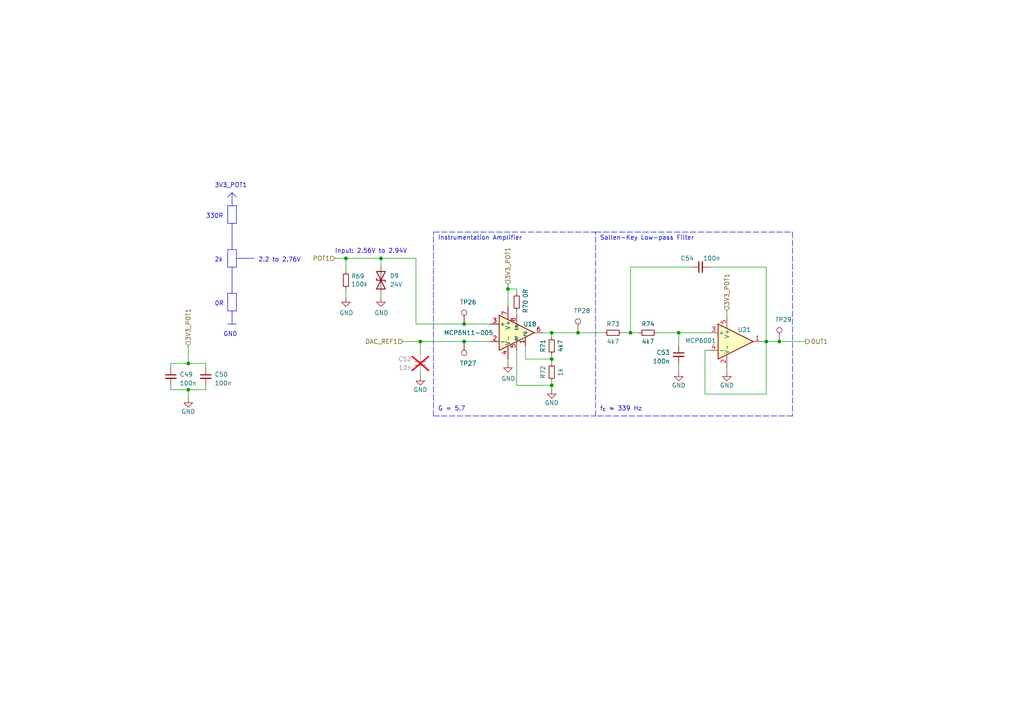
<source format=kicad_sch>
(kicad_sch (version 20230121) (generator eeschema)
  (paper "A4")
  (lib_symbols
    (symbol "Amplifier_Operational:MCP6001-OT" (pin_names (offset 0.127))
      (property "Reference" "U" (at -1.27 6.35 0))
      (property "Value" "MCP6001-OT" (at -1.27 3.81 0))
      (symbol "MCP6001-OT_0_1"
        (polyline (pts (xy -5.08 5.08) (xy 5.08 0) (xy -5.08 -5.08) (xy -5.08 5.08)) (stroke (width 0.254)) (fill (type background)))
        (pin power_in line (at -2.54 -7.62 90) (length 3.81) (name "V-") (number "2"))
        (pin power_in line (at -2.54 7.62 270) (length 3.81) (name "V+") (number "5"))
      )
      (symbol "MCP6001-OT_1_1"
        (pin output line (at 7.62 0 180) (length 2.54) (name "~") (number "1"))
        (pin input line (at -7.62 2.54 0) (length 2.54) (name "+") (number "3"))
        (pin input line (at -7.62 -2.54 0) (length 2.54) (name "-") (number "4"))
      )
    )
    (symbol "Connector:TestPoint" (pin_numbers hide) (pin_names (offset 0.762) hide)
      (property "Reference" "TP" (at 0 6.858 0))
      (property "Value" "TestPoint" (at 0 5.08 0))
      (symbol "TestPoint_0_1"
        (circle (center 0 3.302) (radius 0.762))
      )
      (symbol "TestPoint_1_1"
        (pin passive line (at 0 0 90) (length 2.54) (name "1") (number "1"))
      )
    )
    (symbol "Device:C_Small" (pin_numbers hide) (pin_names (offset 0.254) hide)
      (property "Reference" "C" (at 0.254 1.778 0))
      (property "Value" "C_Small" (at 0.254 -2.032 0))
      (symbol "C_Small_0_1"
        (polyline (pts (xy -1.524 -0.508) (xy 1.524 -0.508)) (stroke (width 0.3302)))
        (polyline (pts (xy -1.524 0.508) (xy 1.524 0.508)) (stroke (width 0.3048)))
      )
      (symbol "C_Small_1_1"
        (pin passive line (at 0 2.54 270) (length 2.032) (name "~") (number "1"))
        (pin passive line (at 0 -2.54 90) (length 2.032) (name "~") (number "2"))
      )
    )
    (symbol "Device:D_TVS" (pin_numbers hide) (pin_names (offset 1.016) hide)
      (property "Reference" "D" (at 0 2.54 0))
      (property "Value" "D_TVS" (at 0 -2.54 0))
      (symbol "D_TVS_0_1"
        (polyline (pts (xy 1.27 0) (xy -1.27 0)))
        (polyline (pts (xy 0.508 1.27) (xy 0 1.27) (xy 0 -1.27) (xy -0.508 -1.27)) (stroke (width 0.254)))
        (polyline (pts (xy -2.54 1.27) (xy -2.54 -1.27) (xy 2.54 1.27) (xy 2.54 -1.27) (xy -2.54 1.27)) (stroke (width 0.254)))
      )
      (symbol "D_TVS_1_1"
        (pin passive line (at -3.81 0 0) (length 2.54) (name "A1") (number "1"))
        (pin passive line (at 3.81 0 180) (length 2.54) (name "A2") (number "2"))
      )
    )
    (symbol "Device:R_Small" (pin_numbers hide) (pin_names (offset 0.254) hide)
      (property "Reference" "R" (at 0.762 0.508 0))
      (property "Value" "R_Small" (at 0.762 -1.016 0))
      (symbol "R_Small_0_1"
        (rectangle (start -0.762 1.778) (end 0.762 -1.778) (stroke (width 0.2032)))
      )
      (symbol "R_Small_1_1"
        (pin passive line (at 0 2.54 270) (length 0.762) (name "~") (number "1"))
        (pin passive line (at 0 -2.54 90) (length 0.762) (name "~") (number "2"))
      )
    )
    (symbol "MCP6N11:MCP6N11" (pin_names (offset 0.127))
      (property "Reference" "U" (at 3.81 6.35 0))
      (property "Value" "MCP6N11-xE" (at 3.81 3.81 0))
      (symbol "MCP6N11_0_1"
        (polyline (pts (xy -5.08 5.08) (xy 5.08 0) (xy -5.08 -5.08) (xy -5.08 5.08)) (stroke (width 0.254)) (fill (type background)))
      )
      (symbol "MCP6N11_1_1"
        (pin passive line (at 2.54 -3.81 90) (length 2.54) (name "FG") (number "1"))
        (pin input line (at -7.62 -2.54 0) (length 2.54) (name "-") (number "2"))
        (pin input line (at -7.62 2.54 0) (length 2.54) (name "+") (number "3"))
        (pin power_in line (at -2.54 -7.62 90) (length 3.81) (name "V-") (number "4"))
        (pin passive line (at 0 -5.08 90) (length 2.54) (name "RF") (number "5"))
        (pin output line (at 7.62 0 180) (length 2.54) (name "~") (number "6"))
        (pin power_in line (at -2.54 7.62 270) (length 3.81) (name "V+") (number "7"))
        (pin input line (at 0 5.08 270) (length 2.54) (name "EN") (number "8"))
        (pin passive line (at -2.54 -7.62 90) (length 3.81) hide (name "EP") (number "9"))
      )
    )
    (symbol "power:GND" (power) (pin_names (offset 0))
      (property "Value" "GND" (at 0 -3.81 0))
      (symbol "GND_0_1"
        (polyline (pts (xy 0 0) (xy 0 -1.27) (xy 1.27 -1.27) (xy 0 -2.54) (xy -1.27 -1.27) (xy 0 -1.27)))
      )
      (symbol "GND_1_1"
        (pin power_in line (at 0 0 270) (length 0) hide (name "GND") (number "1"))
      )
    )
  )
  (junction (at 147.32 83.82))
  (junction (at 160.02 104.14))
  (junction (at 160.02 96.52))
  (junction (at 110.49 74.93))
  (junction (at 196.85 96.52))
  (junction (at 100.33 74.93))
  (junction (at 54.61 105.41))
  (junction (at 182.88 96.52))
  (junction (at 134.62 99.06))
  (junction (at 226.06 99.06))
  (junction (at 121.92 99.06))
  (junction (at 134.62 93.98))
  (junction (at 222.25 99.06))
  (junction (at 167.64 96.52))
  (junction (at 54.61 113.03))
  (junction (at 160.02 111.76))
  (polyline (pts (xy 66.04 59.69) (xy 66.04 60.96)))
  (polyline (pts (xy 125.73 120.65) (xy 172.72 120.65)) (stroke (width 0) (type dash)))
  (polyline (pts (xy 229.87 120.65) (xy 172.72 120.65)) (stroke (width 0) (type dash)))
  (wire (pts (xy 222.25 114.3) (xy 222.25 99.06)))
  (polyline (pts (xy 66.04 73.66) (xy 66.04 77.47)))
  (wire (pts (xy 196.85 96.52) (xy 196.85 100.33)))
  (wire (pts (xy 49.53 111.76) (xy 49.53 113.03)))
  (polyline (pts (xy 68.58 59.69) (xy 66.04 59.69)))
  (wire (pts (xy 210.82 90.17) (xy 210.82 91.44)))
  (wire (pts (xy 147.32 105.41) (xy 147.32 104.14)))
  (wire (pts (xy 147.32 83.82) (xy 149.86 83.82)))
  (polyline (pts (xy 67.31 77.47) (xy 67.31 81.28)))
  (wire (pts (xy 152.4 100.33) (xy 152.4 104.14)))
  (polyline (pts (xy 67.31 55.88) (xy 68.58 57.15)))
  (wire (pts (xy 222.25 77.47) (xy 222.25 99.06)))
  (wire (pts (xy 59.69 113.03) (xy 54.61 113.03)))
  (wire (pts (xy 97.155 74.93) (xy 100.33 74.93)))
  (wire (pts (xy 204.47 114.3) (xy 222.25 114.3)))
  (wire (pts (xy 100.33 78.74) (xy 100.33 74.93)))
  (polyline (pts (xy 68.58 64.77) (xy 68.58 59.69)))
  (wire (pts (xy 149.86 101.6) (xy 149.86 111.76)))
  (wire (pts (xy 54.61 105.41) (xy 54.61 100.33)))
  (wire (pts (xy 182.88 77.47) (xy 200.66 77.47)))
  (wire (pts (xy 160.02 96.52) (xy 167.64 96.52)))
  (wire (pts (xy 59.69 111.76) (xy 59.69 113.03)))
  (polyline (pts (xy 172.72 120.65) (xy 172.72 67.31)) (stroke (width 0) (type dash)))
  (polyline (pts (xy 67.31 55.88) (xy 67.31 59.69)))
  (polyline (pts (xy 67.31 68.58) (xy 67.31 72.39)))
  (wire (pts (xy 100.33 86.36) (xy 100.33 83.82)))
  (wire (pts (xy 49.53 113.03) (xy 54.61 113.03)))
  (polyline (pts (xy 68.58 90.17) (xy 68.58 85.09)))
  (wire (pts (xy 222.25 99.06) (xy 226.06 99.06)))
  (wire (pts (xy 147.32 83.82) (xy 147.32 88.9)))
  (wire (pts (xy 121.92 99.06) (xy 121.92 102.87)))
  (wire (pts (xy 160.02 102.87) (xy 160.02 104.14)))
  (wire (pts (xy 205.74 77.47) (xy 222.25 77.47)))
  (wire (pts (xy 160.02 96.52) (xy 160.02 97.79)))
  (wire (pts (xy 49.53 105.41) (xy 54.61 105.41)))
  (wire (pts (xy 149.86 111.76) (xy 160.02 111.76)))
  (wire (pts (xy 147.32 82.55) (xy 147.32 83.82)))
  (wire (pts (xy 100.33 74.93) (xy 110.49 74.93)))
  (polyline (pts (xy 66.04 77.47) (xy 68.58 77.47)))
  (wire (pts (xy 204.47 101.6) (xy 204.47 114.3)))
  (wire (pts (xy 182.88 96.52) (xy 185.42 96.52)))
  (wire (pts (xy 157.48 96.52) (xy 160.02 96.52)))
  (wire (pts (xy 182.88 77.47) (xy 182.88 96.52)))
  (wire (pts (xy 110.49 74.93) (xy 120.65 74.93)))
  (wire (pts (xy 196.85 96.52) (xy 205.74 96.52)))
  (wire (pts (xy 54.61 115.57) (xy 54.61 113.03)))
  (wire (pts (xy 116.84 99.06) (xy 121.92 99.06)))
  (wire (pts (xy 49.53 105.41) (xy 49.53 106.68)))
  (wire (pts (xy 120.65 74.93) (xy 120.65 93.98)))
  (wire (pts (xy 167.64 96.52) (xy 175.26 96.52)))
  (wire (pts (xy 134.62 93.98) (xy 142.24 93.98)))
  (polyline (pts (xy 68.58 74.93) (xy 73.66 74.93)))
  (wire (pts (xy 160.02 111.76) (xy 160.02 113.03)))
  (wire (pts (xy 160.02 110.49) (xy 160.02 111.76)))
  (polyline (pts (xy 66.04 85.09) (xy 66.04 86.36)))
  (polyline (pts (xy 66.04 90.17) (xy 68.58 90.17)))
  (polyline (pts (xy 66.04 57.15) (xy 67.31 55.88)))
  (wire (pts (xy 180.34 96.52) (xy 182.88 96.52)))
  (wire (pts (xy 205.74 101.6) (xy 204.47 101.6)))
  (wire (pts (xy 210.82 107.95) (xy 210.82 106.68)))
  (wire (pts (xy 120.65 93.98) (xy 134.62 93.98)))
  (wire (pts (xy 190.5 96.52) (xy 196.85 96.52)))
  (wire (pts (xy 149.86 90.17) (xy 149.86 91.44)))
  (wire (pts (xy 110.49 86.36) (xy 110.49 85.09)))
  (wire (pts (xy 110.49 77.47) (xy 110.49 74.93)))
  (polyline (pts (xy 68.58 72.39) (xy 66.04 72.39)))
  (wire (pts (xy 59.69 106.68) (xy 59.69 105.41)))
  (wire (pts (xy 160.02 104.14) (xy 160.02 105.41)))
  (polyline (pts (xy 67.31 64.77) (xy 67.31 68.58)))
  (polyline (pts (xy 66.04 60.96) (xy 66.04 64.77)))
  (polyline (pts (xy 229.87 67.31) (xy 229.87 120.65)) (stroke (width 0) (type dash)))
  (wire (pts (xy 134.62 99.06) (xy 142.24 99.06)))
  (polyline (pts (xy 66.04 86.36) (xy 66.04 90.17)))
  (wire (pts (xy 121.92 99.06) (xy 134.62 99.06)))
  (polyline (pts (xy 66.04 64.77) (xy 68.58 64.77)))
  (wire (pts (xy 196.85 105.41) (xy 196.85 107.95)))
  (polyline (pts (xy 66.04 72.39) (xy 66.04 73.66)))
  (polyline (pts (xy 125.73 67.31) (xy 172.72 67.31)) (stroke (width 0) (type dash)))
  (wire (pts (xy 149.86 83.82) (xy 149.86 85.09)))
  (polyline (pts (xy 67.31 90.17) (xy 67.31 93.98)))
  (wire (pts (xy 226.06 99.06) (xy 233.68 99.06)))
  (polyline (pts (xy 66.04 93.98) (xy 68.58 93.98)))
  (polyline (pts (xy 67.31 81.28) (xy 67.31 85.09)))
  (polyline (pts (xy 172.72 67.31) (xy 229.87 67.31)) (stroke (width 0) (type dash)))
  (polyline (pts (xy 68.58 77.47) (xy 68.58 72.39)))
  (polyline (pts (xy 68.58 85.09) (xy 66.04 85.09)))
  (wire (pts (xy 222.25 99.06) (xy 220.98 99.06)))
  (wire (pts (xy 121.92 107.95) (xy 121.92 109.22)))
  (wire (pts (xy 152.4 104.14) (xy 160.02 104.14)))
  (polyline (pts (xy 125.73 120.65) (xy 125.73 67.31)) (stroke (width 0) (type dash)))
  (wire (pts (xy 59.69 105.41) (xy 54.61 105.41)))
  (text "330R" (at 59.69 63.5 0) (effects (font (size 1.27 1.27)) (justify left bottom)))
  (text "Instrumentation Amplifier" (at 127 69.85 0) (effects (font (size 1.27 1.27)) (justify left bottom)))
  (text "Input: 2.56V to 2.94V" (at 118.11 73.66 0) (effects (font (size 1.27 1.27)) (justify right bottom)))
  (text "0R" (at 62.23 88.9 0) (effects (font (size 1.27 1.27)) (justify left bottom)))
  (text "2k" (at 62.23 76.2 0) (effects (font (size 1.27 1.27)) (justify left bottom)))
  (text "Sallen-Key Low-pass Filter" (at 173.99 69.85 0) (effects (font (size 1.27 1.27)) (justify left bottom)))
  (text "2.2 to 2.76V" (at 74.93 76.2 0) (effects (font (size 1.27 1.27)) (justify left bottom)))
  (text "f_{c} ≈ 339 Hz" (at 173.99 119.38 0) (effects (font (size 1.27 1.27)) (justify left bottom)))
  (text "G = 5.7" (at 127 119.38 0) (effects (font (size 1.27 1.27)) (justify left bottom)))
  (text "3V3_POT1" (at 62.23 54.61 0) (effects (font (size 1.27 1.27)) (justify left bottom)))
  (text "GND" (at 64.77 97.79 0) (effects (font (size 1.27 1.27)) (justify left bottom)))
  (hierarchical_label "DAC_REF1" (shape input) (at 116.84 99.06 180))
  (hierarchical_label "OUT1" (shape output) (at 233.68 99.06 0))
  (hierarchical_label "3V3_POT1" (shape input) (at 54.61 100.33 90))
  (hierarchical_label "3V3_POT1" (shape input) (at 210.82 90.17 90))
  (hierarchical_label "POT1" (shape input) (at 97.155 74.93 180))
  (hierarchical_label "3V3_POT1" (shape input) (at 147.32 82.55 90))
  (symbol (lib_id "Connector:TestPoint") (at 167.64 96.52 0) (unit 1)
    (property "Reference" "TP28" (at 166.37 90.17 0) (effects (justify left)))
    (property "Value" "APPS_MID" (effects hide))
    (property "Footprint" "TestPoint:TestPoint_Pad_D1.0mm" (effects hide))
    (instances (project "PUTM_EV_Frontbox_2023" (path "" (reference "TP28") (unit 1)) (path "" (reference "TP32") (unit 1))) (project "apps" (path "" (reference "TP5") (unit 1))))
  )
  (symbol (lib_id "Device:R_Small") (at 149.86 87.63 180) (unit 1)
    (property "Reference" "R70" (at 152.4 88.9 90))
    (property "Value" "0R" (at 152.4 85.09 90))
    (property "Footprint" "Resistor_SMD:R_0603_1608Metric_Pad0.98x0.95mm_HandSolder" (effects hide))
    (instances (project "PUTM_EV_Frontbox_2023" (path "" (reference "R70") (unit 1)) (path "" (reference "R91") (unit 1))) (project "apps" (path "" (reference "R13") (unit 1))))
  )
  (symbol (lib_id "Device:R_Small") (at 160.02 100.33 180) (unit 1)
    (property "Reference" "R71" (at 157.48 100.33 90))
    (property "Value" "4k7" (at 162.56 100.33 90))
    (property "Footprint" "Resistor_SMD:R_0603_1608Metric_Pad0.98x0.95mm_HandSolder" (effects hide))
    (instances (project "PUTM_EV_Frontbox_2023" (path "" (reference "R71") (unit 1)) (path "" (reference "R92") (unit 1))) (project "apps" (path "" (reference "R15") (unit 1))))
  )
  (symbol (lib_id "power:GND") (at 196.85 107.95 0) (unit 1)
    (property "Reference" "#PWR0124" (effects hide))
    (property "Value" "GND" (at 196.85 111.76 0))
    (instances (project "PUTM_EV_Frontbox_2023" (path "" (reference "#PWR0124") (unit 1)) (path "" (reference "#PWR0162") (unit 1))) (project "apps" (path "" (reference "#PWR026") (unit 1))))
  )
  (symbol (lib_id "Device:R_Small") (at 177.8 96.52 90) (unit 1)
    (property "Reference" "R73" (at 177.8 93.98 90))
    (property "Value" "4k7" (at 177.8 99.06 90))
    (property "Footprint" "Resistor_SMD:R_0603_1608Metric_Pad0.98x0.95mm_HandSolder" (effects hide))
    (instances (project "PUTM_EV_Frontbox_2023" (path "" (reference "R73") (unit 1)) (path "" (reference "R94") (unit 1))) (project "apps" (path "" (reference "R19") (unit 1))))
  )
  (symbol (lib_id "power:GND") (at 160.02 113.03 0) (unit 1)
    (property "Reference" "#PWR0123" (effects hide))
    (property "Value" "GND" (at 160.02 116.84 0))
    (instances (project "PUTM_EV_Frontbox_2023" (path "" (reference "#PWR0123") (unit 1)) (path "" (reference "#PWR0161") (unit 1))) (project "apps" (path "" (reference "#PWR024") (unit 1))))
  )
  (symbol (lib_id "Connector:TestPoint") (at 134.62 93.98 0) (unit 1)
    (property "Reference" "TP26" (at 133.35 87.63 0) (effects (justify left)))
    (property "Value" "APPS_P" (effects hide))
    (property "Footprint" "TestPoint:TestPoint_Pad_D1.0mm" (effects hide))
    (instances (project "PUTM_EV_Frontbox_2023" (path "" (reference "TP26") (unit 1)) (path "" (reference "TP30") (unit 1))) (project "apps" (path "" (reference "TP1") (unit 1))))
  )
  (symbol (lib_id "power:GND") (at 54.61 115.57 0) (unit 1)
    (property "Reference" "#PWR0105" (effects hide))
    (property "Value" "GND" (at 54.61 119.38 0))
    (instances (project "PUTM_EV_Frontbox_2023" (path "" (reference "#PWR0105") (unit 1)) (path "" (reference "#PWR0127") (unit 1))) (project "apps" (path "" (reference "#PWR010") (unit 1))))
  )
  (symbol (lib_id "Device:C_Small") (at 49.53 109.22 0) (unit 1)
    (property "Reference" "C49" (at 52.07 108.5913 0) (effects (justify left)))
    (property "Value" "100n" (at 52.07 111.1313 0) (effects (justify left)))
    (property "Footprint" "Capacitor_SMD:C_0603_1608Metric_Pad1.08x0.95mm_HandSolder" (effects hide))
    (instances (project "PUTM_EV_Frontbox_2023" (path "" (reference "C49") (unit 1)) (path "" (reference "C55") (unit 1))) (project "apps" (path "" (reference "C9") (unit 1))))
  )
  (symbol (lib_id "Device:C_Small") (at 203.2 77.47 90) (unit 1)
    (property "Reference" "C54" (at 201.3013 74.93 90) (effects (justify left)))
    (property "Value" "100n" (at 208.9213 74.93 90) (effects (justify left)))
    (property "Footprint" "Capacitor_SMD:C_0603_1608Metric_Pad1.08x0.95mm_HandSolder" (effects hide))
    (instances (project "PUTM_EV_Frontbox_2023" (path "" (reference "C54") (unit 1)) (path "" (reference "C60") (unit 1))) (project "apps" (path "" (reference "C19") (unit 1))))
  )
  (symbol (lib_id "Device:R_Small") (at 187.96 96.52 90) (unit 1)
    (property "Reference" "R74" (at 187.96 93.98 90))
    (property "Value" "4k7" (at 187.96 99.06 90))
    (property "Footprint" "Resistor_SMD:R_0603_1608Metric_Pad0.98x0.95mm_HandSolder" (effects hide))
    (instances (project "PUTM_EV_Frontbox_2023" (path "" (reference "R74") (unit 1)) (path "" (reference "R95") (unit 1))) (project "apps" (path "" (reference "R21") (unit 1))))
  )
  (symbol (lib_id "Device:R_Small") (at 100.33 81.28 0) (unit 1)
    (property "Reference" "R69" (at 101.8286 80.1116 0) (effects (justify left)))
    (property "Value" "100k" (at 101.8286 82.423 0) (effects (justify left)))
    (property "Footprint" "Resistor_SMD:R_0603_1608Metric_Pad0.98x0.95mm_HandSolder" (effects hide))
    (instances (project "PUTM_EV_Frontbox_2023" (path "" (reference "R69") (unit 1)) (path "" (reference "R90") (unit 1))) (project "apps" (path "" (reference "R11") (unit 1))))
  )
  (symbol (lib_id "Connector:TestPoint") (at 226.06 99.06 0) (unit 1)
    (property "Reference" "TP29" (at 224.79 92.71 0) (effects (justify left)))
    (property "Value" "APPS_OUT" (effects hide))
    (property "Footprint" "TestPoint:TestPoint_Pad_D1.0mm" (effects hide))
    (instances (project "PUTM_EV_Frontbox_2023" (path "" (reference "TP29") (unit 1)) (path "" (reference "TP33") (unit 1))) (project "apps" (path "" (reference "TP7") (unit 1))))
  )
  (symbol (lib_id "power:GND") (at 100.33 86.36 0) (unit 1)
    (property "Reference" "#PWR0118" (effects hide))
    (property "Value" "GND" (at 100.457 90.7542 0))
    (instances (project "PUTM_EV_Frontbox_2023" (path "" (reference "#PWR0118") (unit 1)) (path "" (reference "#PWR0145") (unit 1))) (project "apps" (path "" (reference "#PWR016") (unit 1))))
  )
  (symbol (lib_id "power:GND") (at 147.32 105.41 0) (unit 1)
    (property "Reference" "#PWR0122" (effects hide))
    (property "Value" "GND" (at 147.447 109.8042 0))
    (instances (project "PUTM_EV_Frontbox_2023" (path "" (reference "#PWR0122") (unit 1)) (path "" (reference "#PWR0160") (unit 1))) (project "apps" (path "" (reference "#PWR022") (unit 1))))
  )
  (symbol (lib_id "Device:C_Small") (at 121.92 105.41 0) (mirror y) (unit 1) (dnp yes)
    (property "Reference" "C52" (at 119.38 104.14 0) (effects (justify left)))
    (property "Value" "10n" (at 119.38 106.68 0) (effects (justify left)))
    (property "Footprint" "Capacitor_SMD:C_0603_1608Metric_Pad1.08x0.95mm_HandSolder" (effects hide))
    (instances (project "PUTM_EV_Frontbox_2023" (path "" (reference "C52") (unit 1)) (path "" (reference "C58") (unit 1))) (project "apps" (path "" (reference "C15") (unit 1))))
  )
  (symbol (lib_id "Device:C_Small") (at 59.69 109.22 0) (unit 1)
    (property "Reference" "C50" (at 62.23 108.5913 0) (effects (justify left)))
    (property "Value" "100n" (at 62.23 111.1313 0) (effects (justify left)))
    (property "Footprint" "Capacitor_SMD:C_0603_1608Metric_Pad1.08x0.95mm_HandSolder" (effects hide))
    (instances (project "PUTM_EV_Frontbox_2023" (path "" (reference "C50") (unit 1)) (path "" (reference "C56") (unit 1))) (project "apps" (path "" (reference "C11") (unit 1))))
  )
  (symbol (lib_id "power:GND") (at 121.92 109.22 0) (mirror y) (unit 1)
    (property "Reference" "#PWR0119" (effects hide))
    (property "Value" "GND" (at 121.92 113.03 0))
    (instances (project "PUTM_EV_Frontbox_2023" (path "" (reference "#PWR0119") (unit 1)) (path "" (reference "#PWR0158") (unit 1))) (project "apps" (path "" (reference "#PWR018") (unit 1))))
  )
  (symbol (lib_id "Device:R_Small") (at 160.02 107.95 180) (unit 1)
    (property "Reference" "R72" (at 157.48 107.95 90))
    (property "Value" "1k" (at 162.56 107.95 90))
    (property "Footprint" "Resistor_SMD:R_0603_1608Metric_Pad0.98x0.95mm_HandSolder" (effects hide))
    (instances (project "PUTM_EV_Frontbox_2023" (path "" (reference "R72") (unit 1)) (path "" (reference "R93") (unit 1))) (project "apps" (path "" (reference "R16") (unit 1))))
  )
  (symbol (lib_id "Device:C_Small") (at 196.85 102.87 0) (mirror y) (unit 1)
    (property "Reference" "C53" (at 194.31 102.2413 0) (effects (justify left)))
    (property "Value" "100n" (at 194.31 104.7813 0) (effects (justify left)))
    (property "Footprint" "Capacitor_SMD:C_0603_1608Metric_Pad1.08x0.95mm_HandSolder" (effects hide))
    (instances (project "PUTM_EV_Frontbox_2023" (path "" (reference "C53") (unit 1)) (path "" (reference "C59") (unit 1))) (project "apps" (path "" (reference "C17") (unit 1))))
  )
  (symbol (lib_id "Connector:TestPoint") (at 134.62 99.06 180) (unit 1)
    (property "Reference" "TP27" (at 133.35 105.41 0) (effects (justify right)))
    (property "Value" "APPS_N" (effects hide))
    (property "Footprint" "TestPoint:TestPoint_Pad_D1.0mm" (effects hide))
    (instances (project "PUTM_EV_Frontbox_2023" (path "" (reference "TP27") (unit 1)) (path "" (reference "TP31") (unit 1))) (project "apps" (path "" (reference "TP2") (unit 1))))
  )
  (symbol (lib_id "power:GND") (at 110.49 86.36 0) (unit 1)
    (property "Reference" "#PWR0121" (effects hide))
    (property "Value" "GND" (at 110.617 90.7542 0))
    (instances (project "PUTM_EV_Frontbox_2023" (path "" (reference "#PWR0121") (unit 1)) (path "" (reference "#PWR0159") (unit 1))) (project "apps" (path "" (reference "#PWR020") (unit 1))))
  )
  (symbol (lib_id "power:GND") (at 210.82 107.95 0) (unit 1)
    (property "Reference" "#PWR0125" (effects hide))
    (property "Value" "GND" (at 210.82 111.76 0))
    (instances (project "PUTM_EV_Frontbox_2023" (path "" (reference "#PWR0125") (unit 1)) (path "" (reference "#PWR0163") (unit 1))) (project "apps" (path "" (reference "#PWR028") (unit 1))))
  )
  (symbol (lib_id "Amplifier_Operational:MCP6001-OT") (at 213.36 99.06 0) (unit 1)
    (property "Reference" "U21" (at 215.9 95.6311 0))
    (property "Value" "MCP6001" (at 203.2 98.79 0))
    (property "Footprint" "Package_TO_SOT_SMD:SOT-23-5" (effects hide))
    (property "Datasheet" "https://ww1.microchip.com/downloads/en/DeviceDoc/MCP6001-1R-1U-2-4-1-MHz-Low-Power-Op-Amp-DS20001733L.pdf" (effects hide))
    (instances (project "PUTM_EV_Frontbox_2023" (path "" (reference "U21") (unit 1)) (path "" (reference "U23") (unit 1))) (project "apps" (path "" (reference "U4") (unit 1))))
  )
  (symbol (lib_id "Device:D_TVS") (at 110.49 81.28 90) (unit 1)
    (property "Reference" "D9" (at 113.03 80.01 90) (effects (justify right)))
    (property "Value" "24V" (at 113.03 82.55 90) (effects (justify right)))
    (property "Footprint" "Diode_SMD:D_0603_1608Metric_Pad1.05x0.95mm_HandSolder" (effects hide))
    (instances (project "PUTM_EV_Frontbox_2023" (path "" (reference "D9") (unit 1)) (path "" (reference "D10") (unit 1))) (project "apps" (path "" (reference "D5") (unit 1))))
  )
  (symbol (lib_id "MCP6N11:MCP6N11") (at 149.86 96.52 0) (unit 1)
    (property "Reference" "U18" (at 153.67 93.98 0))
    (property "Value" "MCP6N11-005\n" (at 135.89 96.52 0))
    (property "Footprint" "Package_DFN_QFN:TDFN-8-1EP_3x2mm_P0.5mm_EP1.3x1.4mm" (effects hide))
    (property "Datasheet" "https://ww1.microchip.com/downloads/en/DeviceDoc/25073A.pdf" (effects hide))
    (instances (project "PUTM_EV_Frontbox_2023" (path "" (reference "U18") (unit 1)) (path "" (reference "U22") (unit 1))) (project "apps" (path "" (reference "U2") (unit 1))))
  )
)
</source>
